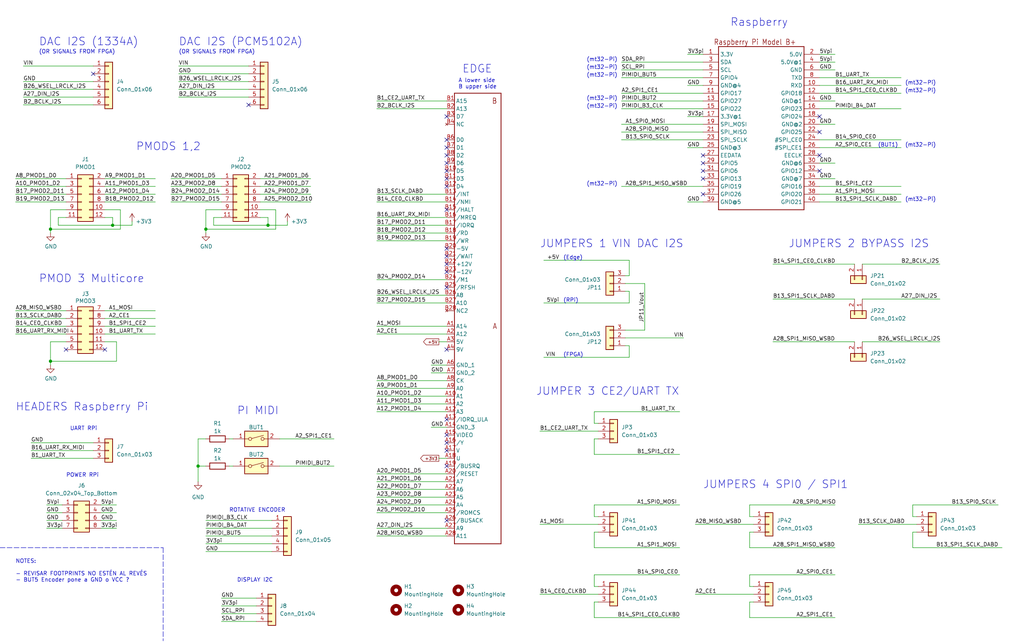
<source format=kicad_sch>
(kicad_sch (version 20211123) (generator eeschema)
  (paper "User" 334.848 210.007)
  (title_block (title "Addon Edge mt32-Pi Multicore ") (date "2022-02-02") (rev "0.1") (company "Somhic"))
  (lib_symbols
    (symbol "Connector_Generic:Conn_01x02" (pin_names (offset 1.016) hide)
      (property "Reference" "J" (at 0 2.54 0))
      (property "Value" "Conn_01x02" (at 0 -5.08 0))
      (symbol "Conn_01x02_1_1"
        (pin passive line (at -5.08 0 0) (length 3.81) (name "Pin_1") (number "1"))
        (pin passive line (at -5.08 -2.54 0) (length 3.81) (name "Pin_2") (number "2"))
      )
    )
    (symbol "Connector_Generic:Conn_01x03" (pin_names (offset 1.016) hide)
      (property "Reference" "J" (at 0 5.08 0))
      (property "Value" "Conn_01x03" (at 0 -5.08 0))
      (symbol "Conn_01x03_1_1"
        (pin passive line (at -5.08 2.54 0) (length 3.81) (name "Pin_1") (number "1"))
        (pin passive line (at -5.08 0 0) (length 3.81) (name "Pin_2") (number "2"))
        (pin passive line (at -5.08 -2.54 0) (length 3.81) (name "Pin_3") (number "3"))
      )
    )
    (symbol "Connector_Generic:Conn_01x04" (pin_names (offset 1.016) hide)
      (property "Reference" "J" (at 0 5.08 0))
      (property "Value" "Conn_01x04" (at 0 -7.62 0))
      (symbol "Conn_01x04_1_1"
        (pin passive line (at -5.08 2.54 0) (length 3.81) (name "Pin_1") (number "1"))
        (pin passive line (at -5.08 0 0) (length 3.81) (name "Pin_2") (number "2"))
        (pin passive line (at -5.08 -2.54 0) (length 3.81) (name "Pin_3") (number "3"))
        (pin passive line (at -5.08 -5.08 0) (length 3.81) (name "Pin_4") (number "4"))
      )
    )
    (symbol "Connector_Generic:Conn_01x05" (pin_names (offset 1.016) hide)
      (property "Reference" "J" (at 0 7.62 0))
      (property "Value" "Conn_01x05" (at 0 -7.62 0))
      (symbol "Conn_01x05_1_1"
        (pin passive line (at -5.08 5.08 0) (length 3.81) (name "Pin_1") (number "1"))
        (pin passive line (at -5.08 2.54 0) (length 3.81) (name "Pin_2") (number "2"))
        (pin passive line (at -5.08 0 0) (length 3.81) (name "Pin_3") (number "3"))
        (pin passive line (at -5.08 -2.54 0) (length 3.81) (name "Pin_4") (number "4"))
        (pin passive line (at -5.08 -5.08 0) (length 3.81) (name "Pin_5") (number "5"))
      )
    )
    (symbol "Connector_Generic:Conn_01x06" (pin_names (offset 1.016) hide)
      (property "Reference" "J" (at 0 7.62 0))
      (property "Value" "Conn_01x06" (at 0 -10.16 0))
      (symbol "Conn_01x06_1_1"
        (pin passive line (at -5.08 5.08 0) (length 3.81) (name "Pin_1") (number "1"))
        (pin passive line (at -5.08 2.54 0) (length 3.81) (name "Pin_2") (number "2"))
        (pin passive line (at -5.08 0 0) (length 3.81) (name "Pin_3") (number "3"))
        (pin passive line (at -5.08 -2.54 0) (length 3.81) (name "Pin_4") (number "4"))
        (pin passive line (at -5.08 -5.08 0) (length 3.81) (name "Pin_5") (number "5"))
        (pin passive line (at -5.08 -7.62 0) (length 3.81) (name "Pin_6") (number "6"))
      )
    )
    (symbol "Connector_Generic:Conn_02x04_Odd_Even" (pin_names (offset 1.016) hide)
      (property "Reference" "J" (at 1.27 5.08 0))
      (property "Value" "Conn_02x04_Odd_Even" (at 1.27 -7.62 0))
      (symbol "Conn_02x04_Odd_Even_1_1"
        (pin passive line (at -5.08 2.54 0) (length 3.81) (name "Pin_1") (number "1"))
        (pin passive line (at 7.62 2.54 180) (length 3.81) (name "Pin_2") (number "2"))
        (pin passive line (at -5.08 0 0) (length 3.81) (name "Pin_3") (number "3"))
        (pin passive line (at 7.62 0 180) (length 3.81) (name "Pin_4") (number "4"))
        (pin passive line (at -5.08 -2.54 0) (length 3.81) (name "Pin_5") (number "5"))
        (pin passive line (at 7.62 -2.54 180) (length 3.81) (name "Pin_6") (number "6"))
        (pin passive line (at -5.08 -5.08 0) (length 3.81) (name "Pin_7") (number "7"))
        (pin passive line (at 7.62 -5.08 180) (length 3.81) (name "Pin_8") (number "8"))
      )
    )
    (symbol "Connector_Generic:Conn_02x06_Odd_Even" (pin_names (offset 1.016) hide)
      (property "Reference" "J" (at 1.27 7.62 0))
      (property "Value" "Conn_02x06_Odd_Even" (at 1.27 -10.16 0))
      (symbol "Conn_02x06_Odd_Even_1_1"
        (pin passive line (at -5.08 5.08 0) (length 3.81) (name "Pin_1") (number "1"))
        (pin passive line (at 7.62 -5.08 180) (length 3.81) (name "Pin_10") (number "10"))
        (pin passive line (at -5.08 -7.62 0) (length 3.81) (name "Pin_11") (number "11"))
        (pin passive line (at 7.62 -7.62 180) (length 3.81) (name "Pin_12") (number "12"))
        (pin passive line (at 7.62 5.08 180) (length 3.81) (name "Pin_2") (number "2"))
        (pin passive line (at -5.08 2.54 0) (length 3.81) (name "Pin_3") (number "3"))
        (pin passive line (at 7.62 2.54 180) (length 3.81) (name "Pin_4") (number "4"))
        (pin passive line (at -5.08 0 0) (length 3.81) (name "Pin_5") (number "5"))
        (pin passive line (at 7.62 0 180) (length 3.81) (name "Pin_6") (number "6"))
        (pin passive line (at -5.08 -2.54 0) (length 3.81) (name "Pin_7") (number "7"))
        (pin passive line (at 7.62 -2.54 180) (length 3.81) (name "Pin_8") (number "8"))
        (pin passive line (at -5.08 -5.08 0) (length 3.81) (name "Pin_9") (number "9"))
      )
    )
    (symbol "Connector_Generic:Conn_02x06_Top_Bottom" (pin_names (offset 1.016) hide)
      (property "Reference" "J" (at 1.27 7.62 0))
      (property "Value" "Conn_02x06_Top_Bottom" (at 1.27 -10.16 0))
      (symbol "Conn_02x06_Top_Bottom_1_1"
        (pin passive line (at -5.08 5.08 0) (length 3.81) (name "Pin_1") (number "1"))
        (pin passive line (at 7.62 -2.54 180) (length 3.81) (name "Pin_10") (number "10"))
        (pin passive line (at 7.62 -5.08 180) (length 3.81) (name "Pin_11") (number "11"))
        (pin passive line (at 7.62 -7.62 180) (length 3.81) (name "Pin_12") (number "12"))
        (pin passive line (at -5.08 2.54 0) (length 3.81) (name "Pin_2") (number "2"))
        (pin passive line (at -5.08 0 0) (length 3.81) (name "Pin_3") (number "3"))
        (pin passive line (at -5.08 -2.54 0) (length 3.81) (name "Pin_4") (number "4"))
        (pin passive line (at -5.08 -5.08 0) (length 3.81) (name "Pin_5") (number "5"))
        (pin passive line (at -5.08 -7.62 0) (length 3.81) (name "Pin_6") (number "6"))
        (pin passive line (at 7.62 5.08 180) (length 3.81) (name "Pin_7") (number "7"))
        (pin passive line (at 7.62 2.54 180) (length 3.81) (name "Pin_8") (number "8"))
        (pin passive line (at 7.62 0 180) (length 3.81) (name "Pin_9") (number "9"))
      )
    )
    (symbol "Device:R" (pin_numbers hide) (pin_names (offset 0))
      (property "Reference" "R" (at 2.032 0 90))
      (property "Value" "R" (at 0 0 90))
      (symbol "R_1_1"
        (pin passive line (at 0 3.81 270) (length 1.27) (name "~") (number "1"))
        (pin passive line (at 0 -3.81 90) (length 1.27) (name "~") (number "2"))
      )
    )
    (symbol "Mechanical:MountingHole" (pin_names (offset 1.016))
      (property "Reference" "H" (at 0 5.08 0))
      (property "Value" "MountingHole" (at 0 3.175 0))
    )
    (symbol "Switch:SW_DIP_x01" (pin_names (offset 0) hide)
      (property "Reference" "SW" (at 0 3.81 0))
      (property "Value" "SW_DIP_x01" (at 0 -3.81 0))
      (symbol "SW_DIP_x01_1_1"
        (pin passive line (at -7.62 0 0) (length 5.08) (name "~") (number "1"))
        (pin passive line (at 7.62 0 180) (length 5.08) (name "~") (number "2"))
      )
    )
    (symbol "gomaDOSzero-eagle-import:RASPBERRYPI_BPLUS_BONNETNODIM"
      (symbol "RASPBERRYPI_BPLUS_BONNETNODIM_1_0"
        (text "Raspberry Pi Model B+" (at 12.7 25.4 0) (effects (font (size 1.778 1.5113)) (justify right top)))
        (pin power_out line (at -17.78 20.32 0) (length 5.08) (name "3.3V") (number "1"))
        (pin bidirectional line (at 20.32 10.16 180) (length 5.08) (name "RXD") (number "10"))
        (pin bidirectional line (at -17.78 7.62 0) (length 5.08) (name "GPIO17") (number "11"))
        (pin bidirectional line (at 20.32 7.62 180) (length 5.08) (name "GPIO18") (number "12"))
        (pin bidirectional line (at -17.78 5.08 0) (length 5.08) (name "GPIO27") (number "13"))
        (pin power_in line (at 20.32 5.08 180) (length 5.08) (name "GND@1") (number "14"))
        (pin bidirectional line (at -17.78 2.54 0) (length 5.08) (name "GPIO22") (number "15"))
        (pin bidirectional line (at 20.32 2.54 180) (length 5.08) (name "GPIO23") (number "16"))
        (pin power_in line (at -17.78 0 0) (length 5.08) (name "3.3V@1") (number "17"))
        (pin bidirectional line (at 20.32 0 180) (length 5.08) (name "GPIO24") (number "18"))
        (pin bidirectional line (at -17.78 -2.54 0) (length 5.08) (name "SPI_MOSI") (number "19"))
        (pin power_out line (at 20.32 20.32 180) (length 5.08) (name "5.0V") (number "2"))
        (pin power_in line (at 20.32 -2.54 180) (length 5.08) (name "GND@2") (number "20"))
        (pin bidirectional line (at -17.78 -5.08 0) (length 5.08) (name "SPI_MISO") (number "21"))
        (pin bidirectional line (at 20.32 -5.08 180) (length 5.08) (name "GPIO25") (number "22"))
        (pin bidirectional line (at -17.78 -7.62 0) (length 5.08) (name "SPI_SCLK") (number "23"))
        (pin bidirectional line (at 20.32 -7.62 180) (length 5.08) (name "#SPI_CE0") (number "24"))
        (pin power_in line (at -17.78 -10.16 0) (length 5.08) (name "GND@3") (number "25"))
        (pin bidirectional line (at 20.32 -10.16 180) (length 5.08) (name "#SPI_CE1") (number "26"))
        (pin bidirectional line (at -17.78 -12.7 0) (length 5.08) (name "EEDATA") (number "27"))
        (pin bidirectional line (at 20.32 -12.7 180) (length 5.08) (name "EECLK") (number "28"))
        (pin bidirectional line (at -17.78 -15.24 0) (length 5.08) (name "GPIO5") (number "29"))
        (pin bidirectional line (at -17.78 17.78 0) (length 5.08) (name "SDA") (number "3"))
        (pin power_in line (at 20.32 -15.24 180) (length 5.08) (name "GND@6") (number "30"))
        (pin bidirectional line (at -17.78 -17.78 0) (length 5.08) (name "GPIO6") (number "31"))
        (pin bidirectional line (at 20.32 -17.78 180) (length 5.08) (name "GPIO12") (number "32"))
        (pin bidirectional line (at -17.78 -20.32 0) (length 5.08) (name "GPIO13") (number "33"))
        (pin power_in line (at 20.32 -20.32 180) (length 5.08) (name "GND@7") (number "34"))
        (pin bidirectional line (at -17.78 -22.86 0) (length 5.08) (name "GPIO19") (number "35"))
        (pin bidirectional line (at 20.32 -22.86 180) (length 5.08) (name "GPIO16") (number "36"))
        (pin bidirectional line (at -17.78 -25.4 0) (length 5.08) (name "GPIO26") (number "37"))
        (pin bidirectional line (at 20.32 -25.4 180) (length 5.08) (name "GPIO20") (number "38"))
        (pin power_in line (at -17.78 -27.94 0) (length 5.08) (name "GND@5") (number "39"))
        (pin power_in line (at 20.32 17.78 180) (length 5.08) (name "5.0V@1") (number "4"))
        (pin bidirectional line (at 20.32 -27.94 180) (length 5.08) (name "GPIO21") (number "40"))
        (pin bidirectional line (at -17.78 15.24 0) (length 5.08) (name "SCL") (number "5"))
        (pin power_in line (at 20.32 15.24 180) (length 5.08) (name "GND") (number "6"))
        (pin bidirectional line (at -17.78 12.7 0) (length 5.08) (name "GPIO4") (number "7"))
        (pin bidirectional line (at 20.32 12.7 180) (length 5.08) (name "TXD") (number "8"))
        (pin power_in line (at -17.78 10.16 0) (length 5.08) (name "GND@4") (number "9"))
      )
    )
    (symbol "gomaDOSzero-eagle-import:ZXSP_ED2X28_SPE_SOL_EDGE"
      (symbol "ZXSP_ED2X28_SPE_SOL_EDGE_1_0"
        (text "A" (at 13.97 70.104 0) (effects (font (size 1.778 1.5113)) (justify right bottom)))
        (text "B" (at 13.97 143.764 0) (effects (font (size 1.778 1.5113)) (justify right bottom)))
        (pin bidirectional line (at -2.54 71.12 0) (length 2.54) (name "A14") (number "A1"))
        (pin bidirectional line (at -2.54 48.26 0) (length 2.54) (name "A1") (number "A10"))
        (pin bidirectional line (at -2.54 45.72 0) (length 2.54) (name "A2") (number "A11"))
        (pin bidirectional line (at -2.54 43.18 0) (length 2.54) (name "A3") (number "A12"))
        (pin bidirectional line (at -2.54 40.64 0) (length 2.54) (name "/IORQ_ULA") (number "A13"))
        (pin power_in line (at -2.54 38.1 0) (length 2.54) (name "GND_3") (number "A14"))
        (pin bidirectional line (at -2.54 35.56 0) (length 2.54) (name "VIDEO") (number "A15"))
        (pin bidirectional line (at -2.54 33.02 0) (length 2.54) (name "/Y") (number "A16"))
        (pin bidirectional line (at -2.54 30.48 0) (length 2.54) (name "V") (number "A17"))
        (pin power_out line (at -2.54 27.94 0) (length 2.54) (name "U") (number "A18"))
        (pin bidirectional line (at -2.54 25.4 0) (length 2.54) (name "/BUSRQ") (number "A19"))
        (pin bidirectional line (at -2.54 68.58 0) (length 2.54) (name "A12") (number "A2"))
        (pin bidirectional line (at -2.54 22.86 0) (length 2.54) (name "/RESET") (number "A20"))
        (pin bidirectional line (at -2.54 20.32 0) (length 2.54) (name "A7") (number "A21"))
        (pin bidirectional line (at -2.54 17.78 0) (length 2.54) (name "A6") (number "A22"))
        (pin bidirectional line (at -2.54 15.24 0) (length 2.54) (name "A5") (number "A23"))
        (pin bidirectional line (at -2.54 12.7 0) (length 2.54) (name "A4") (number "A24"))
        (pin bidirectional line (at -2.54 10.16 0) (length 2.54) (name "/ROMCS") (number "A25"))
        (pin bidirectional line (at -2.54 7.62 0) (length 2.54) (name "/BUSACK") (number "A26"))
        (pin bidirectional line (at -2.54 5.08 0) (length 2.54) (name "A9") (number "A27"))
        (pin bidirectional line (at -2.54 2.54 0) (length 2.54) (name "A11") (number "A28"))
        (pin power_out line (at -2.54 66.04 0) (length 2.54) (name "5V") (number "A3"))
        (pin power_in line (at -2.54 63.5 0) (length 2.54) (name "9V") (number "A4"))
        (pin power_out line (at -2.54 58.42 0) (length 2.54) (name "GND_1") (number "A6"))
        (pin power_in line (at -2.54 55.88 0) (length 2.54) (name "GND_2") (number "A7"))
        (pin bidirectional line (at -2.54 53.34 0) (length 2.54) (name "CK") (number "A8"))
        (pin bidirectional line (at -2.54 50.8 0) (length 2.54) (name "A0") (number "A9"))
        (pin bidirectional line (at -2.54 144.78 0) (length 2.54) (name "A15") (number "B1"))
        (pin bidirectional line (at -2.54 121.92 0) (length 2.54) (name "D5") (number "B10"))
        (pin bidirectional line (at -2.54 119.38 0) (length 2.54) (name "D3") (number "B11"))
        (pin bidirectional line (at -2.54 116.84 0) (length 2.54) (name "D4") (number "B12"))
        (pin bidirectional line (at -2.54 114.3 0) (length 2.54) (name "/INT") (number "B13"))
        (pin bidirectional line (at -2.54 111.76 0) (length 2.54) (name "/NMI") (number "B14"))
        (pin bidirectional line (at -2.54 109.22 0) (length 2.54) (name "/HALT") (number "B15"))
        (pin bidirectional line (at -2.54 106.68 0) (length 2.54) (name "/MREQ") (number "B16"))
        (pin bidirectional line (at -2.54 104.14 0) (length 2.54) (name "/IORQ") (number "B17"))
        (pin bidirectional line (at -2.54 101.6 0) (length 2.54) (name "/RD") (number "B18"))
        (pin bidirectional line (at -2.54 99.06 0) (length 2.54) (name "/WR") (number "B19"))
        (pin bidirectional line (at -2.54 142.24 0) (length 2.54) (name "A13") (number "B2"))
        (pin power_in line (at -2.54 96.52 0) (length 2.54) (name "-5V") (number "B20"))
        (pin bidirectional line (at -2.54 93.98 0) (length 2.54) (name "/WAIT") (number "B21"))
        (pin power_in line (at -2.54 91.44 0) (length 2.54) (name "+12V") (number "B22"))
        (pin power_in line (at -2.54 88.9 0) (length 2.54) (name "-12V") (number "B23"))
        (pin bidirectional line (at -2.54 86.36 0) (length 2.54) (name "/M1") (number "B24"))
        (pin bidirectional line (at -2.54 83.82 0) (length 2.54) (name "/RFSH") (number "B25"))
        (pin bidirectional line (at -2.54 81.28 0) (length 2.54) (name "A8") (number "B26"))
        (pin bidirectional line (at -2.54 78.74 0) (length 2.54) (name "A10") (number "B27"))
        (pin no_connect line (at -2.54 76.2 0) (length 2.54) (name "NC2") (number "B28"))
        (pin bidirectional line (at -2.54 139.7 0) (length 2.54) (name "D7") (number "B3"))
        (pin no_connect line (at -2.54 137.16 0) (length 2.54) (name "NC") (number "B4"))
        (pin bidirectional line (at -2.54 132.08 0) (length 2.54) (name "D0") (number "B6"))
        (pin bidirectional line (at -2.54 129.54 0) (length 2.54) (name "D1") (number "B7"))
        (pin bidirectional line (at -2.54 127 0) (length 2.54) (name "D2") (number "B8"))
        (pin bidirectional line (at -2.54 124.46 0) (length 2.54) (name "D6") (number "B9"))
      )
    )
    (symbol "power:+3V3" (power) (pin_names (offset 0))
      (property "Value" "+3V3" (at 0 3.556 0))
      (symbol "+3V3_1_1"
        (pin power_in line (at 0 0 90) (length 0) hide (name "+3V3") (number "1"))
      )
    )
    (symbol "power:GND" (power) (pin_names (offset 0))
      (property "Value" "GND" (at 0 -3.81 0))
      (symbol "GND_1_1"
        (pin power_in line (at 0 0 270) (length 0) hide (name "GND") (number "1"))
      )
    )
  )
  (junction (at 16.51 118.11))
  (junction (at 64.77 152.4))
  (junction (at 36.83 73.66))
  (junction (at 16.51 74.93))
  (junction (at 87.63 73.66))
  (junction (at 67.31 74.93))
  (no_connect (at 229.87 55.88))
  (no_connect (at 30.48 24.13))
  (no_connect (at 229.87 53.34))
  (no_connect (at 267.97 38.1))
  (no_connect (at 267.97 55.88))
  (no_connect (at 229.87 63.5))
  (no_connect (at 229.87 50.8))
  (no_connect (at 21.59 114.3))
  (no_connect (at 34.29 114.3))
  (no_connect (at 146.05 170.18))
  (no_connect (at 146.05 144.78))
  (no_connect (at 146.05 147.32))
  (no_connect (at 146.05 152.4))
  (no_connect (at 146.05 137.16))
  (no_connect (at 146.05 142.24))
  (no_connect (at 146.05 81.28))
  (no_connect (at 146.05 83.82))
  (no_connect (at 146.05 86.36))
  (no_connect (at 146.05 88.9))
  (no_connect (at 146.05 93.98))
  (no_connect (at 146.05 50.8))
  (no_connect (at 146.05 53.34))
  (no_connect (at 146.05 55.88))
  (no_connect (at 146.05 58.42))
  (no_connect (at 146.05 60.96))
  (no_connect (at 146.05 38.1))
  (no_connect (at 146.05 45.72))
  (no_connect (at 146.05 48.26))
  (no_connect (at 81.28 34.29))
  (no_connect (at 146.05 68.58))
  (no_connect (at 146.05 114.3))
  (no_connect (at 267.97 50.8))
  (no_connect (at 267.97 43.18))
  (no_connect (at 229.87 58.42))
  (wire (pts (xy 36.83 73.66) (xy 36.83 71.12)))
  (wire (pts (xy 203.2 20.32) (xy 229.87 20.32)))
  (wire (pts (xy 16.51 74.93) (xy 39.37 74.93)))
  (wire (pts (xy 194.31 168.91) (xy 194.31 165.1)))
  (wire (pts (xy 72.39 198.12) (xy 83.82 198.12)))
  (wire (pts (xy 123.19 71.12) (xy 146.05 71.12)))
  (wire (pts (xy 58.42 24.13) (xy 81.28 24.13)))
  (wire (pts (xy 227.33 194.31) (xy 246.38 194.31)))
  (wire (pts (xy 123.19 124.46) (xy 146.05 124.46)))
  (wire (pts (xy 123.19 162.56) (xy 146.05 162.56)))
  (wire (pts (xy 245.11 173.99) (xy 245.11 179.07)))
  (wire (pts (xy 69.85 71.12) (xy 69.85 73.66)))
  (wire (pts (xy 267.97 66.04) (xy 294.64 66.04)))
  (wire (pts (xy 194.31 191.77) (xy 194.31 187.96)))
  (wire (pts (xy 7.62 21.59) (xy 30.48 21.59)))
  (wire (pts (xy 203.2 22.86) (xy 229.87 22.86)))
  (wire (pts (xy 87.63 73.66) (xy 93.98 73.66)))
  (wire (pts (xy 15.24 165.1) (xy 20.32 165.1)))
  (wire (pts (xy 33.02 170.18) (xy 38.1 170.18)))
  (wire (pts (xy 50.8 63.5) (xy 34.29 63.5)))
  (wire (pts (xy 50.8 104.14) (xy 34.29 104.14)))
  (wire (pts (xy 123.19 175.26) (xy 146.05 175.26)))
  (wire (pts (xy 69.85 71.12) (xy 72.39 71.12)))
  (wire (pts (xy 58.42 31.75) (xy 81.28 31.75)))
  (wire (pts (xy 203.2 25.4) (xy 229.87 25.4)))
  (wire (pts (xy 267.97 63.5) (xy 294.64 63.5)))
  (wire (pts (xy 50.8 66.04) (xy 34.29 66.04)))
  (wire (pts (xy 281.94 111.76) (xy 307.34 111.76)))
  (wire (pts (xy 7.62 29.21) (xy 30.48 29.21)))
  (wire (pts (xy 33.02 172.72) (xy 38.1 172.72)))
  (wire (pts (xy 123.19 35.56) (xy 146.05 35.56)))
  (wire (pts (xy 72.39 200.66) (xy 83.82 200.66)))
  (wire (pts (xy 50.8 106.68) (xy 34.29 106.68)))
  (wire (pts (xy 123.19 99.06) (xy 146.05 99.06)))
  (wire (pts (xy 281.94 97.79) (xy 307.34 97.79)))
  (wire (pts (xy 39.37 74.93) (xy 39.37 68.58)))
  (wire (pts (xy 21.59 60.96) (xy 5.08 60.96)))
  (wire (pts (xy 36.83 73.66) (xy 43.18 73.66)))
  (wire (pts (xy 21.59 104.14) (xy 5.08 104.14)))
  (wire (pts (xy 123.19 91.44) (xy 146.05 91.44)))
  (wire (pts (xy 69.85 73.66) (xy 87.63 73.66)))
  (wire (pts (xy 33.02 167.64) (xy 38.1 167.64)))
  (wire (pts (xy 101.6 63.5) (xy 85.09 63.5)))
  (wire (pts (xy 15.24 170.18) (xy 20.32 170.18)))
  (wire (pts (xy 72.39 203.2) (xy 83.82 203.2)))
  (wire (pts (xy 245.11 179.07) (xy 273.05 179.07)))
  (polyline (pts (xy 53.34 179.07) (xy 53.34 209.55)))
  (wire (pts (xy 19.05 71.12) (xy 19.05 73.66)))
  (wire (pts (xy 205.74 85.09) (xy 177.8 85.09)))
  (wire (pts (xy 93.98 73.66) (xy 93.98 72.39)))
  (wire (pts (xy 123.19 165.1) (xy 146.05 165.1)))
  (wire (pts (xy 194.31 173.99) (xy 195.58 173.99)))
  (wire (pts (xy 50.8 109.22) (xy 34.29 109.22)))
  (wire (pts (xy 194.31 187.96) (xy 222.25 187.96)))
  (wire (pts (xy 267.97 17.78) (xy 273.05 17.78)))
  (wire (pts (xy 38.1 111.76) (xy 34.29 111.76)))
  (wire (pts (xy 267.97 27.94) (xy 294.64 27.94)))
  (wire (pts (xy 72.39 58.42) (xy 55.88 58.42)))
  (wire (pts (xy 210.82 92.71) (xy 204.47 92.71)))
  (wire (pts (xy 194.31 143.51) (xy 195.58 143.51)))
  (wire (pts (xy 64.77 152.4) (xy 67.31 152.4)))
  (wire (pts (xy 123.19 160.02) (xy 146.05 160.02)))
  (wire (pts (xy 224.79 17.78) (xy 229.87 17.78)))
  (wire (pts (xy 252.73 111.76) (xy 279.4 111.76)))
  (wire (pts (xy 194.31 165.1) (xy 222.25 165.1)))
  (wire (pts (xy 101.6 60.96) (xy 85.09 60.96)))
  (wire (pts (xy 298.45 165.1) (xy 326.39 165.1)))
  (wire (pts (xy 16.51 68.58) (xy 16.51 74.93)))
  (wire (pts (xy 252.73 86.36) (xy 279.4 86.36)))
  (wire (pts (xy 38.1 118.11) (xy 38.1 111.76)))
  (wire (pts (xy 227.33 171.45) (xy 246.38 171.45)))
  (wire (pts (xy 203.2 35.56) (xy 229.87 35.56)))
  (wire (pts (xy 224.79 27.94) (xy 229.87 27.94)))
  (wire (pts (xy 64.77 143.51) (xy 67.31 143.51)))
  (wire (pts (xy 176.53 140.97) (xy 195.58 140.97)))
  (wire (pts (xy 194.31 201.93) (xy 222.25 201.93)))
  (wire (pts (xy 210.82 107.95) (xy 210.82 92.71)))
  (wire (pts (xy 194.31 138.43) (xy 195.58 138.43)))
  (wire (pts (xy 21.59 58.42) (xy 5.08 58.42)))
  (wire (pts (xy 67.31 172.72) (xy 88.9 172.72)))
  (wire (pts (xy 123.19 132.08) (xy 146.05 132.08)))
  (wire (pts (xy 123.19 73.66) (xy 146.05 73.66)))
  (wire (pts (xy 143.51 149.86) (xy 146.05 149.86)))
  (wire (pts (xy 10.16 144.78) (xy 30.48 144.78)))
  (wire (pts (xy 123.19 157.48) (xy 146.05 157.48)))
  (wire (pts (xy 67.31 175.26) (xy 88.9 175.26)))
  (wire (pts (xy 123.19 78.74) (xy 146.05 78.74)))
  (wire (pts (xy 267.97 60.96) (xy 294.64 60.96)))
  (wire (pts (xy 143.51 111.76) (xy 146.05 111.76)))
  (wire (pts (xy 21.59 68.58) (xy 16.51 68.58)))
  (wire (pts (xy 15.24 167.64) (xy 20.32 167.64)))
  (wire (pts (xy 223.52 110.49) (xy 204.47 110.49)))
  (wire (pts (xy 72.39 68.58) (xy 67.31 68.58)))
  (wire (pts (xy 7.62 26.67) (xy 30.48 26.67)))
  (wire (pts (xy 123.19 172.72) (xy 146.05 172.72)))
  (wire (pts (xy 123.19 167.64) (xy 146.05 167.64)))
  (wire (pts (xy 91.44 152.4) (xy 109.22 152.4)))
  (wire (pts (xy 21.59 109.22) (xy 5.08 109.22)))
  (wire (pts (xy 72.39 66.04) (xy 55.88 66.04)))
  (wire (pts (xy 194.31 196.85) (xy 194.31 201.93)))
  (wire (pts (xy 203.2 30.48) (xy 229.87 30.48)))
  (wire (pts (xy 205.74 90.17) (xy 205.74 85.09)))
  (wire (pts (xy 123.19 109.22) (xy 146.05 109.22)))
  (wire (pts (xy 205.74 116.84) (xy 177.8 116.84)))
  (wire (pts (xy 281.94 86.36) (xy 307.34 86.36)))
  (wire (pts (xy 15.24 172.72) (xy 20.32 172.72)))
  (wire (pts (xy 67.31 76.2) (xy 67.31 74.93)))
  (wire (pts (xy 267.97 20.32) (xy 273.05 20.32)))
  (wire (pts (xy 203.2 45.72) (xy 229.87 45.72)))
  (wire (pts (xy 16.51 111.76) (xy 16.51 118.11)))
  (wire (pts (xy 298.45 173.99) (xy 299.72 173.99)))
  (wire (pts (xy 140.97 119.38) (xy 146.05 119.38)))
  (wire (pts (xy 67.31 170.18) (xy 88.9 170.18)))
  (wire (pts (xy 205.74 95.25) (xy 204.47 95.25)))
  (wire (pts (xy 101.6 58.42) (xy 85.09 58.42)))
  (wire (pts (xy 123.19 33.02) (xy 146.05 33.02)))
  (wire (pts (xy 245.11 191.77) (xy 245.11 187.96)))
  (wire (pts (xy 19.05 71.12) (xy 21.59 71.12)))
  (wire (pts (xy 140.97 139.7) (xy 146.05 139.7)))
  (wire (pts (xy 58.42 29.21) (xy 81.28 29.21)))
  (polyline (pts (xy 0 179.07) (xy 53.34 179.07)))
  (wire (pts (xy 245.11 196.85) (xy 246.38 196.85)))
  (wire (pts (xy 76.2 143.51) (xy 74.93 143.51)))
  (wire (pts (xy 87.63 73.66) (xy 87.63 71.12)))
  (wire (pts (xy 194.31 148.59) (xy 222.25 148.59)))
  (wire (pts (xy 245.11 191.77) (xy 246.38 191.77)))
  (wire (pts (xy 252.73 97.79) (xy 279.4 97.79)))
  (wire (pts (xy 245.11 173.99) (xy 246.38 173.99)))
  (wire (pts (xy 19.05 73.66) (xy 36.83 73.66)))
  (wire (pts (xy 7.62 34.29) (xy 30.48 34.29)))
  (wire (pts (xy 101.6 66.04) (xy 85.09 66.04)))
  (wire (pts (xy 194.31 191.77) (xy 195.58 191.77)))
  (wire (pts (xy 245.11 201.93) (xy 273.05 201.93)))
  (wire (pts (xy 50.8 101.6) (xy 34.29 101.6)))
  (wire (pts (xy 224.79 48.26) (xy 229.87 48.26)))
  (wire (pts (xy 267.97 45.72) (xy 294.64 45.72)))
  (wire (pts (xy 205.74 99.06) (xy 177.8 99.06)))
  (wire (pts (xy 33.02 165.1) (xy 38.1 165.1)))
  (wire (pts (xy 50.8 60.96) (xy 34.29 60.96)))
  (wire (pts (xy 298.45 168.91) (xy 298.45 165.1)))
  (wire (pts (xy 298.45 168.91) (xy 299.72 168.91)))
  (wire (pts (xy 21.59 63.5) (xy 5.08 63.5)))
  (wire (pts (xy 123.19 66.04) (xy 146.05 66.04)))
  (wire (pts (xy 123.19 63.5) (xy 146.05 63.5)))
  (wire (pts (xy 50.8 58.42) (xy 34.29 58.42)))
  (wire (pts (xy 194.31 134.62) (xy 222.25 134.62)))
  (wire (pts (xy 203.2 60.96) (xy 229.87 60.96)))
  (wire (pts (xy 21.59 66.04) (xy 5.08 66.04)))
  (wire (pts (xy 205.74 113.03) (xy 205.74 116.84)))
  (wire (pts (xy 267.97 30.48) (xy 294.64 30.48)))
  (wire (pts (xy 90.17 74.93) (xy 90.17 68.58)))
  (wire (pts (xy 123.19 154.94) (xy 146.05 154.94)))
  (wire (pts (xy 267.97 25.4) (xy 294.64 25.4)))
  (wire (pts (xy 76.2 152.4) (xy 74.93 152.4)))
  (wire (pts (xy 123.19 134.62) (xy 146.05 134.62)))
  (wire (pts (xy 140.97 121.92) (xy 146.05 121.92)))
  (wire (pts (xy 205.74 90.17) (xy 204.47 90.17)))
  (wire (pts (xy 298.45 179.07) (xy 327.66 179.07)))
  (wire (pts (xy 194.31 179.07) (xy 222.25 179.07)))
  (wire (pts (xy 64.77 157.48) (xy 64.77 152.4)))
  (wire (pts (xy 224.79 66.04) (xy 229.87 66.04)))
  (wire (pts (xy 245.11 196.85) (xy 245.11 201.93)))
  (wire (pts (xy 280.67 171.45) (xy 299.72 171.45)))
  (wire (pts (xy 72.39 63.5) (xy 55.88 63.5)))
  (wire (pts (xy 203.2 33.02) (xy 229.87 33.02)))
  (wire (pts (xy 245.11 168.91) (xy 246.38 168.91)))
  (wire (pts (xy 245.11 168.91) (xy 245.11 165.1)))
  (wire (pts (xy 194.31 143.51) (xy 194.31 148.59)))
  (wire (pts (xy 85.09 68.58) (xy 90.17 68.58)))
  (wire (pts (xy 204.47 107.95) (xy 210.82 107.95)))
  (wire (pts (xy 123.19 129.54) (xy 146.05 129.54)))
  (wire (pts (xy 176.53 194.31) (xy 195.58 194.31)))
  (wire (pts (xy 16.51 76.2) (xy 16.51 74.93)))
  (wire (pts (xy 123.19 76.2) (xy 146.05 76.2)))
  (wire (pts (xy 203.2 40.64) (xy 229.87 40.64)))
  (wire (pts (xy 7.62 31.75) (xy 30.48 31.75)))
  (wire (pts (xy 245.11 187.96) (xy 273.05 187.96)))
  (wire (pts (xy 21.59 106.68) (xy 5.08 106.68)))
  (wire (pts (xy 72.39 60.96) (xy 55.88 60.96)))
  (wire (pts (xy 67.31 74.93) (xy 90.17 74.93)))
  (wire (pts (xy 36.83 71.12) (xy 34.29 71.12)))
  (wire (pts (xy 194.31 138.43) (xy 194.31 134.62)))
  (wire (pts (xy 224.79 38.1) (xy 229.87 38.1)))
  (wire (pts (xy 194.31 196.85) (xy 195.58 196.85)))
  (wire (pts (xy 205.74 113.03) (xy 204.47 113.03)))
  (wire (pts (xy 123.19 106.68) (xy 146.05 106.68)))
  (wire (pts (xy 21.59 111.76) (xy 16.51 111.76)))
  (wire (pts (xy 245.11 165.1) (xy 273.05 165.1)))
  (wire (pts (xy 91.44 143.51) (xy 109.22 143.51)))
  (wire (pts (xy 67.31 180.34) (xy 88.9 180.34)))
  (wire (pts (xy 205.74 95.25) (xy 205.74 99.06)))
  (wire (pts (xy 21.59 101.6) (xy 5.08 101.6)))
  (wire (pts (xy 72.39 195.58) (xy 83.82 195.58)))
  (wire (pts (xy 267.97 53.34) (xy 273.05 53.34)))
  (wire (pts (xy 123.19 96.52) (xy 146.05 96.52)))
  (wire (pts (xy 58.42 26.67) (xy 81.28 26.67)))
  (wire (pts (xy 67.31 68.58) (xy 67.31 74.93)))
  (wire (pts (xy 267.97 48.26) (xy 294.64 48.26)))
  (wire (pts (xy 43.18 73.66) (xy 43.18 72.39)))
  (wire (pts (xy 34.29 68.58) (xy 39.37 68.58)))
  (wire (pts (xy 64.77 152.4) (xy 64.77 143.51)))
  (wire (pts (xy 58.42 21.59) (xy 81.28 21.59)))
  (wire (pts (xy 194.31 168.91) (xy 195.58 168.91)))
  (wire (pts (xy 10.16 149.86) (xy 30.48 149.86)))
  (wire (pts (xy 87.63 71.12) (xy 85.09 71.12)))
  (wire (pts (xy 267.97 22.86) (xy 273.05 22.86)))
  (wire (pts (xy 67.31 177.8) (xy 88.9 177.8)))
  (wire (pts (xy 267.97 33.02) (xy 273.05 33.02)))
  (wire (pts (xy 194.31 173.99) (xy 194.31 179.07)))
  (wire (pts (xy 10.16 147.32) (xy 30.48 147.32)))
  (wire (pts (xy 16.51 119.38) (xy 16.51 118.11)))
  (wire (pts (xy 203.2 43.18) (xy 229.87 43.18)))
  (wire (pts (xy 267.97 58.42) (xy 273.05 58.42)))
  (wire (pts (xy 16.51 118.11) (xy 38.1 118.11)))
  (wire (pts (xy 267.97 40.64) (xy 273.05 40.64)))
  (wire (pts (xy 298.45 173.99) (xy 298.45 179.07)))
  (wire (pts (xy 267.97 35.56) (xy 294.64 35.56)))
  (wire (pts (xy 176.53 171.45) (xy 195.58 171.45)))
  (wire (pts (xy 123.19 127) (xy 146.05 127)))
  (text "JUMPERS 1 VIN DAC I2S" (at 176.53 81.28 0) (effects (font (size 2.54 2.54)) (justify left bottom)))
  (text "(mt32-Pi)" (at 191.77 60.96 0) (effects (font (size 1.27 1.27)) (justify left bottom)))
  (text "(mt32-Pi)" (at 295.91 48.26 0) (effects (font (size 1.27 1.27)) (justify left bottom)))
  (text "JUMPERS 4 SPI0 / SPI1" (at 229.87 160.02 0) (effects (font (size 2.54 2.54)) (justify left bottom)))
  (text "JUMPERS 2 BYPASS I2S" (at 257.81 81.28 0) (effects (font (size 2.54 2.54)) (justify left bottom)))
  (text "(OR SIGNALS FROM FPGA)" (at 58.42 17.78 0) (effects (font (size 1.27 1.27)) (justify left bottom)))
  (text "PMOD 3 Multicore" (at 12.7 92.71 0) (effects (font (size 2.54 2.54)) (justify left bottom)))
  (text "(FPGA)" (at 184.15 116.84 0) (effects (font (size 1.27 1.27)) (justify left bottom)))
  (text "PMODS 1,2" (at 44.45 49.53 0) (effects (font (size 2.54 2.54)) (justify left bottom)))
  (text "UART RPi" (at 22.86 140.97 0) (effects (font (size 1.27 1.27)) (justify left bottom)))
  (text "DISPLAY I2C" (at 77.47 190.5 0) (effects (font (size 1.27 1.27)) (justify left bottom)))
  (text "EDGE" (at 151.13 24.13 0) (effects (font (size 2.54 2.54)) (justify left bottom)))
  (text "Raspberry" (at 238.76 8.89 0) (effects (font (size 2.54 2.54)) (justify left bottom)))
  (text "(BUT1)" (at 287.02 48.26 0) (effects (font (size 1.27 1.27)) (justify left bottom)))
  (text "(mt32-Pi)" (at 295.91 27.94 0) (effects (font (size 1.27 1.27)) (justify left bottom)))
  (text "HEADERS Raspberry Pi" (at 5.08 134.62 0) (effects (font (size 2.54 2.54)) (justify left bottom)))
  (text "(mt32-Pi)" (at 191.77 25.4 0) (effects (font (size 1.27 1.27)) (justify left bottom)))
  (text "(mt32-Pi)" (at 191.77 35.56 0) (effects (font (size 1.27 1.27)) (justify left bottom)))
  (text "PI MIDI" (at 77.47 135.89 0) (effects (font (size 2.54 2.54)) (justify left bottom)))
  (text "(mt32-Pi)" (at 191.77 22.86 0) (effects (font (size 1.27 1.27)) (justify left bottom)))
  (text "ROTATIVE ENCODER" (at 74.93 167.64 0) (effects (font (size 1.27 1.27)) (justify left bottom)))
  (text "POWER RPi" (at 21.59 156.21 0) (effects (font (size 1.27 1.27)) (justify left bottom)))
  (text "(mt32-Pi)" (at 295.91 66.04 0) (effects (font (size 1.27 1.27)) (justify left bottom)))
  (text "NOTES:\n\n- REVISAR FOOTPRINTS NO ESTÉN AL REVÉS\n- BUT5 Encoder pone a GND o VCC ?\n" (at 5.08 190.5 0) (effects (font (size 1.27 1.27)) (justify left bottom)))
  (text "(Edge)" (at 184.15 85.09 0) (effects (font (size 1.27 1.27)) (justify left bottom)))
  (text "(RPi)" (at 184.15 99.06 0) (effects (font (size 1.27 1.27)) (justify left bottom)))
  (text "(OR SIGNALS FROM FPGA)" (at 12.7 17.78 0) (effects (font (size 1.27 1.27)) (justify left bottom)))
  (text "(mt32-Pi)" (at 191.77 20.32 0) (effects (font (size 1.27 1.27)) (justify left bottom)))
  (text "DAC I2S (1334A)" (at 12.7 15.24 0) (effects (font (size 2.54 2.54)) (justify left bottom)))
  (text "(mt32-Pi)" (at 295.91 30.48 0) (effects (font (size 1.27 1.27)) (justify left bottom)))
  (text "A lower side\nB upper side" (at 149.86 29.21 0) (effects (font (size 1.27 1.27)) (justify left bottom)))
  (text "DAC I2S (PCM5102A)" (at 58.42 15.24 0) (effects (font (size 2.54 2.54)) (justify left bottom)))
  (text "JUMPER 3 CE2/UART TX" (at 175.26 129.54 0) (effects (font (size 2.54 2.54)) (justify left bottom)))
  (text "(mt32-Pi)" (at 191.77 33.02 0) (effects (font (size 1.27 1.27)) (justify left bottom)))
  (label "B18_PMOD2_D12" (at 123.19 76.2 0))
  (label "GND" (at 72.39 195.58 0) (effects (font (size 1.2446 1.2446))))
  (label "A28_SPI0_MISO" (at 204.47 43.18 0) (effects (font (size 1.2446 1.2446))))
  (label "GND" (at 140.97 121.92 0) (effects (font (size 1.2446 1.2446))))
  (label "B13_SCLK_DABD" (at 280.67 171.45 0) (effects (font (size 1.2446 1.2446))))
  (label "B13_SPI1_SCLK_DABD" (at 252.73 97.79 0) (effects (font (size 1.2446 1.2446))))
  (label "A2_SPI1_CE1" (at 96.52 143.51 0) (effects (font (size 1.2446 1.2446))))
  (label "3V3pi" (at 224.79 17.78 0) (effects (font (size 1.2446 1.2446))))
  (label "B13_SPI0_SCLK" (at 204.47 45.72 0) (effects (font (size 1.2446 1.2446))))
  (label "A28_SPI1_MISO_WSBD" (at 252.73 179.07 0) (effects (font (size 1.2446 1.2446))))
  (label "B1_SPI1_CE2" (at 35.56 106.68 0) (effects (font (size 1.2446 1.2446))))
  (label "B14_SPI1_CE0_CLKBD" (at 201.93 201.93 0) (effects (font (size 1.2446 1.2446))))
  (label "B1_SPI1_CE2" (at 273.05 60.96 0) (effects (font (size 1.2446 1.2446))))
  (label "B17_PMOD2_D11" (at 5.08 63.5 0))
  (label "5Vpi" (at 267.97 17.78 0) (effects (font (size 1.2446 1.2446))))
  (label "GND" (at 58.42 24.13 0))
  (label "A1_MOSI" (at 123.19 106.68 0) (effects (font (size 1.2446 1.2446))))
  (label "B1_UART_TX" (at 35.56 109.22 0) (effects (font (size 1.2446 1.2446))))
  (label "B2_BCLK_I2S" (at 294.64 86.36 0))
  (label "GND" (at 33.02 167.64 0) (effects (font (size 1.2446 1.2446))))
  (label "A24_PMOD2_D9" (at 123.19 165.1 0))
  (label "SCL_RPI" (at 203.2 22.86 0) (effects (font (size 1.2446 1.2446))))
  (label "A22_PMOD1_D7" (at 123.19 160.02 0))
  (label "B1_CE2_UART_TX" (at 123.19 33.02 0) (effects (font (size 1.2446 1.2446))))
  (label "5Vpi" (at 33.02 165.1 0) (effects (font (size 1.2446 1.2446))))
  (label "3V3pi" (at 67.31 177.8 0) (effects (font (size 1.2446 1.2446))))
  (label "A27_DIN_I2S" (at 58.42 29.21 0))
  (label "A2_SPI0_CE1" (at 260.35 187.96 0) (effects (font (size 1.2446 1.2446))))
  (label "A11_PMOD1_D3" (at 123.19 132.08 0))
  (label "GND" (at 224.79 27.94 0) (effects (font (size 1.2446 1.2446))))
  (label "A27_DIN_I2S" (at 294.64 97.79 0))
  (label "B13_SCLK_DABD" (at 5.08 104.14 0) (effects (font (size 1.2446 1.2446))))
  (label "A9_PMOD1_D1" (at 34.29 58.42 0))
  (label "A21_PMOD1_D6" (at 123.19 157.48 0))
  (label "A20_PMOD1_D5" (at 123.19 154.94 0))
  (label "B13_SCLK_DABD" (at 123.19 63.5 0) (effects (font (size 1.2446 1.2446))))
  (label "A1_SPI1_MOSI" (at 273.05 63.5 0) (effects (font (size 1.2446 1.2446))))
  (label "A8_PMOD1_D0" (at 123.19 124.46 0))
  (label "B26_WSEL_LRCLK_I2S" (at 287.02 111.76 0))
  (label "A28_SPI1_MISO_WSBD" (at 204.47 60.96 0) (effects (font (size 1.2446 1.2446))))
  (label "GND" (at 140.97 139.7 0) (effects (font (size 1.2446 1.2446))))
  (label "3V3pi" (at 33.02 172.72 0) (effects (font (size 1.2446 1.2446))))
  (label "A27_DIN_I2S" (at 7.62 31.75 0))
  (label "VIN" (at 223.52 110.49 180) (effects (font (size 1.2446 1.2446))))
  (label "B1_SPI1_CE2" (at 208.28 148.59 0) (effects (font (size 1.2446 1.2446))))
  (label "A12_PMOD1_D4" (at 34.29 63.5 0))
  (label "A27_DIN_I2S" (at 123.19 172.72 0))
  (label "B13_SPI0_SCLK" (at 311.15 165.1 0) (effects (font (size 1.2446 1.2446))))
  (label "VIN" (at 7.62 21.59 0))
  (label "GND" (at 10.16 144.78 0) (effects (font (size 1.2446 1.2446))))
  (label "A1_MOSI" (at 176.53 171.45 0) (effects (font (size 1.2446 1.2446))))
  (label "B13_SPI1_SCLK_DABD" (at 273.05 66.04 0) (effects (font (size 1.2446 1.2446))))
  (label "A9_PMOD1_D1" (at 123.19 127 0))
  (label "A23_PMOD2_D8" (at 55.88 60.96 0))
  (label "PIMIDI_BUT2" (at 203.2 33.02 0) (effects (font (size 1.2446 1.2446))))
  (label "GND" (at 267.97 33.02 0) (effects (font (size 1.2446 1.2446))))
  (label "A11_PMOD1_D3" (at 34.29 60.96 0))
  (label "B26_WSEL_LRCLK_I2S" (at 123.19 96.52 0))
  (label "B14_SPI1_CE0_CLKBD" (at 273.05 30.48 0) (effects (font (size 1.2446 1.2446))))
  (label "B17_PMOD2_D11" (at 123.19 73.66 0))
  (label "B16_UART_RX_MIDI" (at 273.05 27.94 0) (effects (font (size 1.2446 1.2446))))
  (label "B1_CE2_UART_TX" (at 176.53 140.97 0) (effects (font (size 1.2446 1.2446))))
  (label "B14_SPI0_CE0" (at 208.28 187.96 0) (effects (font (size 1.2446 1.2446))))
  (label "+5V" (at 182.88 85.09 180) (effects (font (size 1.2446 1.2446))))
  (label "PIMIDI_B3_CLK" (at 67.31 170.18 0) (effects (font (size 1.2446 1.2446))))
  (label "A23_PMOD2_D8" (at 123.19 162.56 0))
  (label "GND" (at 67.31 180.34 0) (effects (font (size 1.2446 1.2446))))
  (label "B14_CE0_CLKBD" (at 123.19 66.04 0) (effects (font (size 1.2446 1.2446))))
  (label "B1_UART_TX" (at 209.55 134.62 0) (effects (font (size 1.2446 1.2446))))
  (label "GND" (at 224.79 66.04 0) (effects (font (size 1.2446 1.2446))))
  (label "B24_PMOD2_D14" (at 123.19 91.44 0))
  (label "GND" (at 15.24 167.64 0) (effects (font (size 1.2446 1.2446))))
  (label "A28_SPI0_MISO" (at 259.08 165.1 0) (effects (font (size 1.2446 1.2446))))
  (label "B2_BCLK_I2S" (at 123.19 35.56 0))
  (label "SDA_RPI" (at 72.39 203.2 0) (effects (font (size 1.2446 1.2446))))
  (label "VIN" (at 181.61 116.84 180) (effects (font (size 1.2446 1.2446))))
  (label "B2_BCLK_I2S" (at 58.42 31.75 0))
  (label "SCL_RPI" (at 72.39 200.66 0) (effects (font (size 1.2446 1.2446))))
  (label "GND" (at 267.97 53.34 0) (effects (font (size 1.2446 1.2446))))
  (label "GND" (at 267.97 40.64 0) (effects (font (size 1.2446 1.2446))))
  (label "A8_PMOD1_D0" (at 5.08 58.42 0))
  (label "GND" (at 224.79 48.26 0) (effects (font (size 1.2446 1.2446))))
  (label "PIMIDI_BUT5" (at 203.2 25.4 0) (effects (font (size 1.2446 1.2446))))
  (label "A20_PMOD1_D5" (at 55.88 58.42 0))
  (label "GND" (at 267.97 22.86 0) (effects (font (size 1.2446 1.2446))))
  (label "A25_PMOD2_D10" (at 86.36 66.04 0))
  (label "B18_PMOD2_D12" (at 34.29 66.04 0))
  (label "A28_MISO_WSBD" (at 227.33 171.45 0) (effects (font (size 1.2446 1.2446))))
  (label "A2_CE1" (at 227.33 194.31 0) (effects (font (size 1.2446 1.2446))))
  (label "3V3pi" (at 15.24 172.72 0) (effects (font (size 1.2446 1.2446))))
  (label "B14_CE0_CLKBD" (at 176.53 194.31 0) (effects (font (size 1.2446 1.2446))))
  (label "A2_CE1" (at 123.19 109.22 0) (effects (font (size 1.2446 1.2446))))
  (label "B19_PMOD2_D13" (at 123.19 78.74 0))
  (label "B26_WSEL_LRCLK_I2S" (at 7.62 29.21 0))
  (label "B16_UART_RX_MIDI" (at 123.19 71.12 0) (effects (font (size 1.2446 1.2446))))
  (label "VIN" (at 58.42 21.59 0))
  (label "B2_BCLK_I2S" (at 7.62 34.29 0))
  (label "A24_PMOD2_D9" (at 86.36 63.5 0))
  (label "PIMIDI_BUT2" (at 96.52 152.4 0) (effects (font (size 1.2446 1.2446))))
  (label "B14_SPI0_CE0" (at 273.05 45.72 0) (effects (font (size 1.2446 1.2446))))
  (label "B1_UART_TX" (at 273.05 25.4 0) (effects (font (size 1.2446 1.2446))))
  (label "PIMIDI_BUT5" (at 67.31 175.26 0) (effects (font (size 1.2446 1.2446))))
  (label "B14_CE0_CLKBD" (at 5.08 106.68 0) (effects (font (size 1.2446 1.2446))))
  (label "GND" (at 33.02 170.18 0) (effects (font (size 1.2446 1.2446))))
  (label "B16_UART_RX_MIDI" (at 5.08 109.22 0) (effects (font (size 1.2446 1.2446))))
  (label "A2_CE1" (at 35.56 104.14 0) (effects (font (size 1.2446 1.2446))))
  (label "A12_PMOD1_D4" (at 123.19 134.62 0))
  (label "A10_PMOD1_D2" (at 123.19 129.54 0))
  (label "5Vpi" (at 267.97 20.32 0) (effects (font (size 1.2446 1.2446))))
  (label "A25_PMOD2_D10" (at 123.19 167.64 0))
  (label "B19_PMOD2_D13" (at 5.08 66.04 0))
  (label "A28_MISO_WSBD" (at 123.19 175.26 0) (effects (font (size 1.2446 1.2446))))
  (label "A2_SPI0_CE1" (at 273.05 48.26 0) (effects (font (size 1.2446 1.2446))))
  (label "PIMIDI_B4_DAT" (at 67.31 172.72 0) (effects (font (size 1.2446 1.2446))))
  (label "GND" (at 267.97 58.42 0) (effects (font (size 1.2446 1.2446))))
  (label "GND" (at 7.62 26.67 0))
  (label "A22_PMOD1_D7" (at 86.36 60.96 0))
  (label "B14_SPI1_CE0_CLKBD" (at 252.73 86.36 0) (effects (font (size 1.2446 1.2446))))
  (label "A1_SPI0_MOSI" (at 208.28 165.1 0) (effects (font (size 1.2446 1.2446))))
  (label "A2_SPI1_CE1" (at 203.2 30.48 0) (effects (font (size 1.2446 1.2446))))
  (label "B13_SPI1_SCLK_DABD" (at 306.07 179.07 0) (effects (font (size 1.2446 1.2446))))
  (label "A1_SPI0_MOSI" (at 204.47 40.64 0) (effects (font (size 1.2446 1.2446))))
  (label "SDA_RPI" (at 203.2 20.32 0) (effects (font (size 1.2446 1.2446))))
  (label "JP11_Vout" (at 210.82 105.41 90))
  (label "PIMIDI_B4_DAT" (at 273.05 35.56 0) (effects (font (size 1.2446 1.2446))))
  (label "A21_PMOD1_D6" (at 86.36 58.42 0))
  (label "3V3pi" (at 224.79 38.1 0) (effects (font (size 1.2446 1.2446))))
  (label "B24_PMOD2_D14" (at 55.88 63.5 0))
  (label "A28_MISO_WSBD" (at 5.08 101.6 0) (effects (font (size 1.2446 1.2446))))
  (label "B1_UART_TX" (at 10.16 149.86 0) (effects (font (size 1.2446 1.2446))))
  (label "B27_PMOD2_D15" (at 123.19 99.06 0))
  (label "A1_MOSI" (at 35.56 101.6 0) (effects (font (size 1.2446 1.2446))))
  (label "A28_SPI1_MISO_WSBD" (at 252.73 111.76 0) (effects (font (size 1.2446 1.2446))))
  (label "B27_PMOD2_D15" (at 55.88 66.04 0))
  (label "GND" (at 15.24 170.18 0) (effects (font (size 1.2446 1.2446))))
  (label "B26_WSEL_LRCLK_I2S" (at 58.42 26.67 0))
  (label "A2_SPI1_CE1" (at 260.35 201.93 0) (effects (font (size 1.2446 1.2446))))
  (label "PIMIDI_B3_CLK" (at 203.2 35.56 0) (effects (font (size 1.2446 1.2446))))
  (label "5Vpi" (at 182.88 99.06 180) (effects (font (size 1.2446 1.2446))))
  (label "GND" (at 140.97 119.38 0) (effects (font (size 1.2446 1.2446))))
  (label "A10_PMOD1_D2" (at 5.08 60.96 0))
  (label "A1_SPI1_MOSI" (at 208.28 179.07 0) (effects (font (size 1.2446 1.2446))))
  (label "5Vpi" (at 15.24 165.1 0) (effects (font (size 1.2446 1.2446))))
  (label "B16_UART_RX_MIDI" (at 10.16 147.32 0) (effects (font (size 1.2446 1.2446))))
  (label "3V3pi" (at 72.39 198.12 0) (effects (font (size 1.2446 1.2446))))
  (global_label "+3V3" (shape output) (at 143.51 149.86 180) (effects (font (size 1.016 1.016))) (property "Intersheet References" "${INTERSHEET_REFS}" (effects hide)))
  (global_label "+5V" (shape output) (at 143.51 111.76 180) (effects (font (size 1.016 1.016))) (property "Intersheet References" "${INTERSHEET_REFS}" (effects hide)))
  (symbol (lib_id "power:GND") (at 16.51 76.2 0) (unit 1)
    (property "Reference" "#PWR0110" (effects hide))
    (property "Value" "GND" (at 16.637 80.5942 0))
  )
  (symbol (lib_id "power:+3V3") (at 43.18 72.39 0) (unit 1)
    (property "Reference" "#PWR0111" (effects hide))
    (property "Value" "+3V3" (at 46.99 72.39 0))
  )
  (symbol (lib_id "power:GND") (at 67.31 76.2 0) (unit 1)
    (property "Reference" "#PWR0112" (effects hide))
    (property "Value" "GND" (at 67.437 80.5942 0))
  )
  (symbol (lib_id "Connector_Generic:Conn_01x04") (at 88.9 198.12 0) (unit 1)
    (property "Reference" "J8" (at 91.44 198.1199 0) (effects (justify left)))
    (property "Value" "Conn_01x04" (at 91.44 200.6599 0) (effects (justify left)))
    (property "Footprint" "gomaDOSzero:OLED_091_DISPLAY" (effects hide))
  )
  (symbol (lib_id "Connector_Generic:Conn_02x06_Odd_Even") (at 77.47 63.5 0) (unit 1)
    (property "Reference" "J2" (at 78.74 52.07 0))
    (property "Value" "PMOD2" (at 78.74 54.61 0))
    (property "Footprint" "Connector_PinSocket_2.54mm:PinSocket_2x06_P2.54mm_Vertical" (effects hide))
  )
  (symbol (lib_id "gomaDOSzero-eagle-import:ZXSP_ED2X28_SPE_SOL_EDGE") (at 148.59 177.8 0) (unit 1)
    (property "Reference" "EDGE1" (effects hide))
    (property "Value" "ZXSP_ED2X28_SPE_SOL_EDGE" (effects hide))
    (property "Footprint" "gomaDOSzero:2X28_SPE2" (effects hide))
  )
  (symbol (lib_id "Mechanical:MountingHole") (at 149.86 193.04 0) (unit 1)
    (property "Reference" "H3" (at 152.4 191.7699 0) (effects (justify left)))
    (property "Value" "MountingHole" (at 152.4 194.3099 0) (effects (justify left)))
    (property "Footprint" "MountingHole:MountingHole_3.2mm_M3" (effects hide))
  )
  (symbol (lib_id "Switch:SW_DIP_x01") (at 83.82 143.51 0) (unit 1)
    (property "Reference" "BUT1" (at 83.82 139.7 0))
    (property "Value" "SW_DIP_x01" (effects hide))
    (property "Footprint" "Button_Switch_THT:SW_PUSH_6mm_H5mm" (effects hide))
  )
  (symbol (lib_id "Connector_Generic:Conn_01x02") (at 281.94 102.87 270) (unit 1)
    (property "Reference" "JP22" (at 284.48 101.5999 90) (effects (justify left)))
    (property "Value" "Conn_01x02" (at 284.48 104.1399 90) (effects (justify left)))
    (property "Footprint" "Connector_PinHeader_2.54mm:PinHeader_1x02_P2.54mm_Horizontal" (effects hide))
  )
  (symbol (lib_id "Connector_Generic:Conn_01x02") (at 281.94 116.84 270) (unit 1)
    (property "Reference" "JP23" (at 284.48 115.5699 90) (effects (justify left)))
    (property "Value" "Conn_01x02" (at 284.48 118.1099 90) (effects (justify left)))
    (property "Footprint" "Connector_PinHeader_2.54mm:PinHeader_1x02_P2.54mm_Horizontal" (effects hide))
  )
  (symbol (lib_id "power:GND") (at 64.77 157.48 0) (unit 1)
    (property "Reference" "#PWR03" (effects hide))
    (property "Value" "GND" (at 64.77 162.56 0))
  )
  (symbol (lib_id "power:+3V3") (at 93.98 72.39 0) (unit 1)
    (property "Reference" "#PWR02" (effects hide))
    (property "Value" "+3V3" (at 97.79 72.39 0))
  )
  (symbol (lib_id "Mechanical:MountingHole") (at 129.54 199.39 0) (unit 1)
    (property "Reference" "H2" (at 132.08 198.1199 0) (effects (justify left)))
    (property "Value" "MountingHole" (at 132.08 200.6599 0) (effects (justify left)))
    (property "Footprint" "MountingHole:MountingHole_3.2mm_M3" (effects hide))
  )
  (symbol (lib_id "Connector_Generic:Conn_01x05") (at 93.98 175.26 0) (unit 1)
    (property "Reference" "J9" (at 96.52 173.9899 0) (effects (justify left)))
    (property "Value" "Conn_01x05" (at 96.52 176.5299 0) (effects (justify left)))
    (property "Footprint" "Connector_PinSocket_2.54mm:PinSocket_1x05_P2.54mm_Vertical" (effects hide))
  )
  (symbol (lib_id "Connector_Generic:Conn_02x06_Top_Bottom") (at 26.67 106.68 0) (unit 1)
    (property "Reference" "J3" (at 27.94 96.0882 0))
    (property "Value" "PMOD3" (at 27.94 98.3996 0))
    (property "Footprint" "gomaDOSzero:PMOD_Female_Horizontal_2" (effects hide))
  )
  (symbol (lib_id "Connector_Generic:Conn_01x03") (at 304.8 171.45 0) (unit 1)
    (property "Reference" "JP43" (at 307.34 170.1799 0) (effects (justify left)))
    (property "Value" "Conn_01x03" (at 307.34 172.7199 0) (effects (justify left)))
    (property "Footprint" "Connector_PinHeader_2.54mm:PinHeader_1x03_P2.54mm_Horizontal" (effects hide))
  )
  (symbol (lib_id "Connector_Generic:Conn_01x03") (at 199.39 110.49 180) (unit 1)
    (property "Reference" "JP12" (at 194.31 111.76 0))
    (property "Value" "Conn_01x03" (at 190.5 109.22 0))
    (property "Footprint" "Connector_PinHeader_2.54mm:PinHeader_1x03_P2.54mm_Horizontal" (effects hide))
  )
  (symbol (lib_id "Connector_Generic:Conn_02x06_Odd_Even") (at 26.67 63.5 0) (unit 1)
    (property "Reference" "J1" (at 27.94 52.07 0))
    (property "Value" "PMOD1" (at 27.94 54.61 0))
    (property "Footprint" "Connector_PinSocket_2.54mm:PinSocket_2x06_P2.54mm_Vertical" (effects hide))
  )
  (symbol (lib_id "power:GND") (at 16.51 119.38 0) (unit 1)
    (property "Reference" "#PWR01" (effects hide))
    (property "Value" "GND" (at 16.637 123.7742 0))
  )
  (symbol (lib_id "Connector_Generic:Conn_01x03") (at 199.39 92.71 180) (unit 1)
    (property "Reference" "JP11" (at 194.31 93.98 0))
    (property "Value" "Conn_01x03" (at 190.5 91.44 0))
    (property "Footprint" "Connector_PinHeader_2.54mm:PinHeader_1x03_P2.54mm_Horizontal" (effects hide))
  )
  (symbol (lib_id "Connector_Generic:Conn_01x03") (at 200.66 194.31 0) (unit 1)
    (property "Reference" "JP44" (at 203.2 193.0399 0) (effects (justify left)))
    (property "Value" "Conn_01x03" (at 203.2 195.5799 0) (effects (justify left)))
    (property "Footprint" "Connector_PinHeader_2.54mm:PinHeader_1x03_P2.54mm_Horizontal" (effects hide))
  )
  (symbol (lib_id "Connector_Generic:Conn_01x03") (at 35.56 147.32 0) (unit 1)
    (property "Reference" "J7" (at 38.1 146.0499 0) (effects (justify left)))
    (property "Value" "Conn_01x03" (at 38.1 148.5899 0) (effects (justify left)))
    (property "Footprint" "Connector_PinHeader_2.54mm:PinHeader_1x03_P2.54mm_Vertical" (effects hide))
  )
  (symbol (lib_id "Connector_Generic:Conn_01x03") (at 200.66 171.45 0) (unit 1)
    (property "Reference" "JP41" (at 203.2 170.1799 0) (effects (justify left)))
    (property "Value" "Conn_01x03" (at 203.2 172.7199 0) (effects (justify left)))
    (property "Footprint" "Connector_PinHeader_2.54mm:PinHeader_1x03_P2.54mm_Horizontal" (effects hide))
  )
  (symbol (lib_id "Mechanical:MountingHole") (at 129.54 193.04 0) (unit 1)
    (property "Reference" "H1" (at 132.08 191.7699 0) (effects (justify left)))
    (property "Value" "MountingHole" (at 132.08 194.3099 0) (effects (justify left)))
    (property "Footprint" "MountingHole:MountingHole_3.2mm_M3" (effects hide))
  )
  (symbol (lib_id "Connector_Generic:Conn_01x03") (at 200.66 140.97 0) (unit 1)
    (property "Reference" "JP3" (at 203.2 139.6999 0) (effects (justify left)))
    (property "Value" "Conn_01x03" (at 203.2 142.2399 0) (effects (justify left)))
    (property "Footprint" "Connector_PinHeader_2.54mm:PinHeader_1x03_P2.54mm_Vertical" (effects hide))
  )
  (symbol (lib_id "Connector_Generic:Conn_01x03") (at 251.46 194.31 0) (unit 1)
    (property "Reference" "JP45" (at 254 193.0399 0) (effects (justify left)))
    (property "Value" "Conn_01x03" (at 254 195.5799 0) (effects (justify left)))
    (property "Footprint" "Connector_PinHeader_2.54mm:PinHeader_1x03_P2.54mm_Horizontal" (effects hide))
  )
  (symbol (lib_id "Connector_Generic:Conn_01x03") (at 251.46 171.45 0) (unit 1)
    (property "Reference" "JP42" (at 254 170.1799 0) (effects (justify left)))
    (property "Value" "Conn_01x03" (at 254 172.7199 0) (effects (justify left)))
    (property "Footprint" "Connector_PinHeader_2.54mm:PinHeader_1x03_P2.54mm_Horizontal" (effects hide))
  )
  (symbol (lib_id "Device:R") (at 71.12 143.51 90) (unit 1)
    (property "Reference" "R1" (at 71.12 138.43 90))
    (property "Value" "1k" (at 71.12 140.97 90))
    (property "Footprint" "Resistor_SMD:R_1206_3216Metric_Pad1.30x1.75mm_HandSolder" (effects hide))
  )
  (symbol (lib_id "Mechanical:MountingHole") (at 149.86 199.39 0) (unit 1)
    (property "Reference" "H4" (at 152.4 198.1199 0) (effects (justify left)))
    (property "Value" "MountingHole" (at 152.4 200.6599 0) (effects (justify left)))
    (property "Footprint" "MountingHole:MountingHole_3.2mm_M3" (effects hide))
  )
  (symbol (lib_id "Switch:SW_DIP_x01") (at 83.82 152.4 0) (unit 1)
    (property "Reference" "BUT2" (at 83.82 148.59 0))
    (property "Value" "SW_DIP_x01" (effects hide))
    (property "Footprint" "Button_Switch_THT:SW_PUSH_6mm_H5mm" (effects hide))
  )
  (symbol (lib_id "Connector_Generic:Conn_02x04_Odd_Even") (at 25.4 167.64 0) (unit 1)
    (property "Reference" "J6" (at 26.67 158.75 0))
    (property "Value" "Conn_02x04_Top_Bottom" (at 26.67 161.29 0))
    (property "Footprint" "Connector_PinSocket_2.54mm:PinSocket_2x04_P2.54mm_Vertical" (effects hide))
  )
  (symbol (lib_id "Connector_Generic:Conn_01x06") (at 35.56 26.67 0) (unit 1)
    (property "Reference" "J4" (at 38.1 26.6699 0) (effects (justify left)))
    (property "Value" "Conn_01x06" (at 38.1 29.2099 0) (effects (justify left)))
    (property "Footprint" "gomaDOSzero:UDA1334" (effects hide))
  )
  (symbol (lib_id "Connector_Generic:Conn_01x06") (at 86.36 26.67 0) (unit 1)
    (property "Reference" "J5" (at 88.9 26.6699 0) (effects (justify left)))
    (property "Value" "Conn_01x06" (at 88.9 29.2099 0) (effects (justify left)))
    (property "Footprint" "gomaDOSzero:PCM5102" (effects hide))
  )
  (symbol (lib_id "gomaDOSzero-eagle-import:RASPBERRYPI_BPLUS_BONNETNODIM") (at 247.65 38.1 0) (unit 1)
    (property "Reference" "RPI1" (effects hide))
    (property "Value" "RASPBERRYPI_BPLUS_BONNETNODIM" (effects hide))
    (property "Footprint" "Connector_PinSocket_2.54mm:PinSocket_2x20_P2.54mm_Vertical" (effects hide))
  )
  (symbol (lib_id "Device:R") (at 71.12 152.4 90) (unit 1)
    (property "Reference" "R2" (at 71.12 147.32 90))
    (property "Value" "1k" (at 71.12 149.86 90))
    (property "Footprint" "Resistor_SMD:R_1206_3216Metric_Pad1.30x1.75mm_HandSolder" (effects hide))
  )
  (symbol (lib_id "Connector_Generic:Conn_01x02") (at 281.94 91.44 270) (unit 1)
    (property "Reference" "JP21" (at 284.48 90.1699 90) (effects (justify left)))
    (property "Value" "Conn_01x02" (at 284.48 92.7099 90) (effects (justify left)))
    (property "Footprint" "Connector_PinHeader_2.54mm:PinHeader_1x02_P2.54mm_Horizontal" (effects hide))
  )
)
</source>
